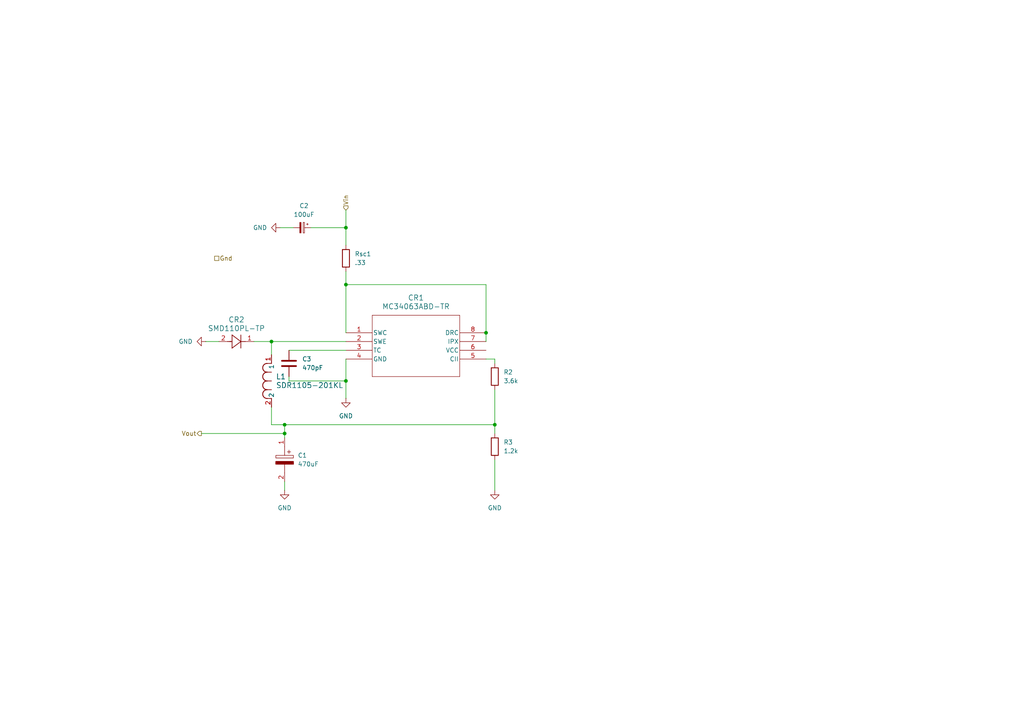
<source format=kicad_sch>
(kicad_sch (version 20250114) (generator "eeschema") (generator_version "9.0")
  (paper "A4")
  (lib_symbols
    (symbol "Device:C" (pin_numbers (hide yes)) (pin_names (offset 0.254))
      (property "Reference" "C" (at 0.635 2.54 0))
      (property "Value" "C" (at 0.635 -2.54 0))
      (symbol "C_0_1"
        (polyline (pts (xy -2.032 0.762) (xy 2.032 0.762)) (stroke (width 0.508)))
        (polyline (pts (xy -2.032 -0.762) (xy 2.032 -0.762)) (stroke (width 0.508)))
      )
      (symbol "C_1_1"
        (pin passive line (at 0 3.81 270) (length 2.794) (name "~") (number "1"))
        (pin passive line (at 0 -3.81 90) (length 2.794) (name "~") (number "2"))
      )
    )
    (symbol "Device:C_Polarized_Small" (pin_numbers (hide yes)) (pin_names (offset 0.254) (hide yes))
      (property "Reference" "C" (at 0.254 1.778 0))
      (property "Value" "C_Polarized_Small" (at 0.254 -2.032 0))
      (symbol "C_Polarized_Small_0_1"
        (rectangle (start -1.524 0.6858) (end 1.524 0.3048))
        (rectangle (start -1.524 -0.3048) (end 1.524 -0.6858) (fill (type outline)))
        (polyline (pts (xy -1.27 1.524) (xy -0.762 1.524)))
        (polyline (pts (xy -1.016 1.27) (xy -1.016 1.778)))
      )
      (symbol "C_Polarized_Small_1_1"
        (pin passive line (at 0 2.54 270) (length 1.8542) (name "~") (number "1"))
        (pin passive line (at 0 -2.54 90) (length 1.8542) (name "~") (number "2"))
      )
    )
    (symbol "Device:R" (pin_numbers (hide yes)) (pin_names (offset 0))
      (property "Reference" "R" (at 2.032 0 90))
      (property "Value" "R" (at 0 0 90))
      (symbol "R_0_1"
        (rectangle (start -1.016 -2.54) (end 1.016 2.54) (stroke (width 0.254)))
      )
      (symbol "R_1_1"
        (pin passive line (at 0 3.81 270) (length 1.27) (name "~") (number "1"))
        (pin passive line (at 0 -3.81 90) (length 1.27) (name "~") (number "2"))
      )
    )
    (symbol "LEDController:ESK477M025AH1EA" (pin_names (offset 0.762))
      (property "Reference" "C" (at 8.89 6.35 0))
      (property "Value" "ESK477M025AH1EA" (at 8.89 3.81 0))
      (symbol "ESK477M025AH1EA_0_0"
        (pin passive line (at 0 0 0) (length 2.54) (name "~") (number "1"))
        (pin passive line (at 12.7 0 180) (length 2.54) (name "~") (number "2"))
      )
      (symbol "ESK477M025AH1EA_0_1"
        (polyline (pts (xy 2.54 0) (xy 5.08 0)) (stroke (width 0.1524)))
        (polyline (pts (xy 4.064 1.778) (xy 4.064 0.762)) (stroke (width 0.1524)))
        (polyline (pts (xy 4.572 1.27) (xy 3.556 1.27)) (stroke (width 0.1524)))
        (polyline (pts (xy 5.08 2.54) (xy 5.08 -2.54) (xy 5.842 -2.54) (xy 5.842 2.54) (xy 5.08 2.54)) (stroke (width 0.1524)))
        (polyline (pts (xy 7.62 2.54) (xy 7.62 -2.54) (xy 6.858 -2.54) (xy 6.858 2.54) (xy 7.62 2.54)) (stroke (width 0.254)) (fill (type outline)))
        (polyline (pts (xy 7.62 0) (xy 10.16 0)) (stroke (width 0.1524)))
      )
    )
    (symbol "LEDController:MC34063ABD-TR" (pin_names (offset 0.254))
      (property "Reference" "CR" (at 20.32 10.16 0))
      (property "Value" "MC34063ABD-TR" (at 20.32 7.62 0))
      (symbol "MC34063ABD-TR_0_1"
        (polyline (pts (xy 7.62 5.08) (xy 7.62 -12.7)) (stroke (width 0.127)))
        (polyline (pts (xy 7.62 -12.7) (xy 33.02 -12.7)) (stroke (width 0.127)))
        (polyline (pts (xy 33.02 5.08) (xy 7.62 5.08)) (stroke (width 0.127)))
        (polyline (pts (xy 33.02 -12.7) (xy 33.02 5.08)) (stroke (width 0.127)))
        (pin unspecified line (at 0 0 0) (length 7.62) (name "SWC") (number "1"))
        (pin unspecified line (at 0 -2.54 0) (length 7.62) (name "SWE") (number "2"))
        (pin unspecified line (at 0 -5.08 0) (length 7.62) (name "TC") (number "3"))
        (pin power_in line (at 0 -7.62 0) (length 7.62) (name "GND") (number "4"))
        (pin unspecified line (at 40.64 0 180) (length 7.62) (name "DRC") (number "8"))
        (pin unspecified line (at 40.64 -2.54 180) (length 7.62) (name "IPX") (number "7"))
        (pin power_in line (at 40.64 -5.08 180) (length 7.62) (name "VCC") (number "6"))
        (pin input line (at 40.64 -7.62 180) (length 7.62) (name "CII") (number "5"))
      )
    )
    (symbol "LEDController:SDR1105-201KL" (pin_names (offset 0.254))
      (property "Reference" "L" (at 6.985 5.08 0))
      (property "Value" "SDR1105-201KL" (at 6.985 -2.54 0))
      (symbol "SDR1105-201KL_1_1"
        (polyline (pts (xy 2.54 0) (xy 2.54 1.27)) (stroke (width 0.2032)))
        (arc (start 2.54 1.27) (mid 3.81 2.5344) (end 5.08 1.27) (stroke (width 0.254)))
        (polyline (pts (xy 5.08 0) (xy 5.08 1.27)) (stroke (width 0.2032)))
        (arc (start 5.08 1.27) (mid 6.35 2.5344) (end 7.62 1.27) (stroke (width 0.254)))
        (polyline (pts (xy 7.62 0) (xy 7.62 1.27)) (stroke (width 0.2032)))
        (arc (start 7.62 1.27) (mid 8.89 2.5344) (end 10.16 1.27) (stroke (width 0.254)))
        (polyline (pts (xy 10.16 0) (xy 10.16 1.27)) (stroke (width 0.2032)))
        (arc (start 10.16 1.27) (mid 11.43 2.5344) (end 12.7 1.27) (stroke (width 0.254)))
        (polyline (pts (xy 12.7 0) (xy 12.7 1.27)) (stroke (width 0.2032)))
        (pin unspecified line (at 0 0 0) (length 2.54) (name "2") (number "2"))
        (pin unspecified line (at 15.24 0 180) (length 2.54) (name "1") (number "1"))
      )
      (symbol "SDR1105-201KL_1_2"
        (arc (start -1.27 10.16) (mid -2.5344 11.43) (end -1.27 12.7) (stroke (width 0.254)))
        (arc (start -1.27 7.62) (mid -2.5344 8.89) (end -1.27 10.16) (stroke (width 0.254)))
        (arc (start -1.27 5.08) (mid -2.5344 6.35) (end -1.27 7.62) (stroke (width 0.254)))
        (arc (start -1.27 2.54) (mid -2.5344 3.81) (end -1.27 5.08) (stroke (width 0.254)))
        (polyline (pts (xy 0 12.7) (xy -1.27 12.7)) (stroke (width 0.2032)))
        (polyline (pts (xy 0 10.16) (xy -1.27 10.16)) (stroke (width 0.2032)))
        (polyline (pts (xy 0 7.62) (xy -1.27 7.62)) (stroke (width 0.2032)))
        (polyline (pts (xy 0 5.08) (xy -1.27 5.08)) (stroke (width 0.2032)))
        (polyline (pts (xy 0 2.54) (xy -1.27 2.54)) (stroke (width 0.2032)))
        (pin unspecified line (at 0 15.24 270) (length 2.54) (name "1") (number "1"))
        (pin unspecified line (at 0 0 90) (length 2.54) (name "2") (number "2"))
      )
    )
    (symbol "LEDController:SMD110PL-TP" (pin_names (offset 0.254))
      (property "Reference" "CR" (at 5.08 4.445 0))
      (property "Value" "SMD110PL-TP" (at 5.08 -3.81 0))
      (symbol "SMD110PL-TP_1_1"
        (polyline (pts (xy 2.54 0) (xy 3.4798 0)) (stroke (width 0.2032)))
        (polyline (pts (xy 3.175 0) (xy 3.81 0)) (stroke (width 0.2032)))
        (polyline (pts (xy 3.81 1.905) (xy 3.81 -1.905)) (stroke (width 0.2032)))
        (polyline (pts (xy 3.81 -1.905) (xy 6.35 0)) (stroke (width 0.2032)))
        (polyline (pts (xy 6.35 0) (xy 3.81 1.905)) (stroke (width 0.2032)))
        (polyline (pts (xy 6.35 0) (xy 7.62 0)) (stroke (width 0.2032)))
        (polyline (pts (xy 6.35 -1.905) (xy 6.35 1.905)) (stroke (width 0.2032)))
        (pin unspecified line (at 0 0 0) (length 2.54) (name "") (number "2"))
        (pin unspecified line (at 10.16 0 180) (length 2.54) (name "") (number "1"))
      )
      (symbol "SMD110PL-TP_1_2"
        (polyline (pts (xy -1.905 3.81) (xy 1.905 3.81)) (stroke (width 0.2032)))
        (polyline (pts (xy 0 6.35) (xy -1.905 3.81)) (stroke (width 0.2032)))
        (polyline (pts (xy 0 6.35) (xy 0 7.62)) (stroke (width 0.2032)))
        (polyline (pts (xy 0 3.175) (xy 0 3.81)) (stroke (width 0.2032)))
        (polyline (pts (xy 0 2.54) (xy 0 3.4798)) (stroke (width 0.2032)))
        (polyline (pts (xy 1.905 6.35) (xy -1.905 6.35)) (stroke (width 0.2032)))
        (polyline (pts (xy 1.905 3.81) (xy 0 6.35)) (stroke (width 0.2032)))
        (pin unspecified line (at 0 10.16 270) (length 2.54) (name "") (number "1"))
        (pin unspecified line (at 0 0 90) (length 2.54) (name "") (number "2"))
      )
    )
    (symbol "power:GND" (power) (pin_numbers (hide yes)) (pin_names (offset 0) (hide yes))
      (property "Value" "GND" (at 0 -3.81 0))
      (symbol "GND_0_1"
        (polyline (pts (xy 0 0) (xy 0 -1.27) (xy 1.27 -1.27) (xy 0 -2.54) (xy -1.27 -1.27) (xy 0 -1.27)))
      )
      (symbol "GND_1_1"
        (pin power_in line (at 0 0 270) (length 0) (name "~") (number "1"))
      )
    )
  )
  (junction (at 140.97 96.52))
  (junction (at 143.51 123.19))
  (junction (at 100.33 110.49))
  (junction (at 82.55 125.73))
  (junction (at 82.55 123.19))
  (junction (at 100.33 82.55))
  (junction (at 78.74 99.06))
  (junction (at 100.33 66.04))
  (wire (pts (xy 83.82 110.49) (xy 100.33 110.49)))
  (wire (pts (xy 82.55 123.19) (xy 82.55 125.73)))
  (wire (pts (xy 83.82 101.6) (xy 100.33 101.6)))
  (wire (pts (xy 81.28 66.04) (xy 85.09 66.04)))
  (wire (pts (xy 100.33 82.55) (xy 140.97 82.55)))
  (wire (pts (xy 78.74 123.19) (xy 82.55 123.19)))
  (wire (pts (xy 78.74 99.06) (xy 100.33 99.06)))
  (wire (pts (xy 100.33 66.04) (xy 100.33 71.12)))
  (wire (pts (xy 83.82 109.22) (xy 83.82 110.49)))
  (wire (pts (xy 100.33 60.96) (xy 100.33 66.04)))
  (wire (pts (xy 100.33 104.14) (xy 100.33 110.49)))
  (wire (pts (xy 78.74 99.06) (xy 78.74 102.87)))
  (wire (pts (xy 73.66 99.06) (xy 78.74 99.06)))
  (wire (pts (xy 140.97 82.55) (xy 140.97 96.52)))
  (wire (pts (xy 143.51 123.19) (xy 82.55 123.19)))
  (wire (pts (xy 143.51 133.35) (xy 143.51 142.24)))
  (wire (pts (xy 90.17 66.04) (xy 100.33 66.04)))
  (wire (pts (xy 140.97 104.14) (xy 143.51 104.14)))
  (wire (pts (xy 143.51 113.03) (xy 143.51 123.19)))
  (wire (pts (xy 143.51 104.14) (xy 143.51 105.41)))
  (wire (pts (xy 78.74 118.11) (xy 78.74 123.19)))
  (wire (pts (xy 59.69 99.06) (xy 63.5 99.06)))
  (wire (pts (xy 82.55 139.7) (xy 82.55 142.24)))
  (wire (pts (xy 143.51 123.19) (xy 143.51 125.73)))
  (wire (pts (xy 100.33 110.49) (xy 100.33 115.57)))
  (wire (pts (xy 100.33 78.74) (xy 100.33 82.55)))
  (wire (pts (xy 82.55 125.73) (xy 82.55 127)))
  (wire (pts (xy 100.33 96.52) (xy 100.33 82.55)))
  (wire (pts (xy 140.97 96.52) (xy 140.97 99.06)))
  (wire (pts (xy 58.42 125.73) (xy 82.55 125.73)))
  (hierarchical_label "Vin" (shape input) (at 100.33 60.96 90))
  (hierarchical_label "Gnd" (shape passive) (at 62.23 74.93 0))
  (hierarchical_label "Vout" (shape output) (at 58.42 125.73 180))
  (symbol (lib_id "power:GND") (at 143.51 142.24 0) (unit 1)
    (property "Reference" "#PWR07" (effects (hide yes)))
    (property "Value" "GND" (at 143.51 147.32 0))
    (property "Description" "Power symbol creates a global label with name \"GND\" , ground" (effects (hide yes)))
  )
  (symbol (lib_id "Device:R") (at 143.51 129.54 0) (unit 1)
    (property "Reference" "R3" (at 146.05 128.2699 0) (effects (justify left)))
    (property "Value" "1.2k" (at 146.05 130.8099 0) (effects (justify left)))
    (property "Footprint" "Resistor_SMD:R_0603_1608Metric_Pad0.98x0.95mm_HandSolder" (effects (hide yes)))
    (property "Description" "Resistor" (effects (hide yes)))
  )
  (symbol (lib_id "power:GND") (at 81.28 66.04 270) (unit 1)
    (property "Reference" "#PWR08" (effects (hide yes)))
    (property "Value" "GND" (at 77.47 66.0399 90) (effects (justify right)))
    (property "Description" "Power symbol creates a global label with name \"GND\" , ground" (effects (hide yes)))
  )
  (symbol (lib_id "LEDController:SMD110PL-TP") (at 63.5 99.06 0) (unit 1)
    (property "Reference" "CR2" (at 68.58 92.71 0) (effects (font (size 1.524 1.524))))
    (property "Value" "SMD110PL-TP" (at 68.58 95.25 0) (effects (font (size 1.524 1.524))))
    (property "Footprint" "SOD-123FL_MCC" (effects (hide yes)))
    (property "Datasheet" "SMD110PL-TP" (effects (hide yes)))
  )
  (symbol (lib_id "Device:R") (at 143.51 109.22 0) (unit 1)
    (property "Reference" "R2" (at 146.05 107.9499 0) (effects (justify left)))
    (property "Value" "3.6k" (at 146.05 110.4899 0) (effects (justify left)))
    (property "Footprint" "Resistor_SMD:R_0603_1608Metric_Pad0.98x0.95mm_HandSolder" (effects (hide yes)))
    (property "Description" "Resistor" (effects (hide yes)))
  )
  (symbol (lib_id "Device:C_Polarized_Small") (at 87.63 66.04 270) (unit 1)
    (property "Reference" "C2" (at 88.1761 59.69 90))
    (property "Value" "100uF" (at 88.1761 62.23 90))
    (property "Footprint" "Capacitor_THT:CP_Radial_D5.0mm_P2.50mm" (effects (hide yes)))
    (property "Description" "Polarized capacitor, small symbol" (effects (hide yes)))
  )
  (symbol (lib_id "Device:R") (at 100.33 74.93 0) (unit 1)
    (property "Reference" "Rsc1" (at 102.87 73.6599 0) (effects (justify left)))
    (property "Value" ".33" (at 102.87 76.1999 0) (effects (justify left)))
    (property "Footprint" "Resistor_SMD:R_0603_1608Metric_Pad0.98x0.95mm_HandSolder" (effects (hide yes)))
    (property "Description" "Resistor" (effects (hide yes)))
  )
  (symbol (lib_id "power:GND") (at 82.55 142.24 0) (unit 1)
    (property "Reference" "#PWR06" (effects (hide yes)))
    (property "Value" "GND" (at 82.55 147.32 0))
    (property "Description" "Power symbol creates a global label with name \"GND\" , ground" (effects (hide yes)))
  )
  (symbol (lib_id "LEDController:MC34063ABD-TR") (at 100.33 96.52 0) (unit 1)
    (property "Reference" "CR1" (at 120.65 86.36 0) (effects (font (size 1.524 1.524))))
    (property "Value" "MC34063ABD-TR" (at 120.65 88.9 0) (effects (font (size 1.524 1.524))))
    (property "Footprint" "SO-8_STM" (effects (hide yes)))
    (property "Datasheet" "MC34063ABD-TR" (effects (hide yes)))
  )
  (symbol (lib_id "LEDController:SDR1105-201KL") (at 78.74 118.11 90) (unit 1)
    (property "Reference" "L1" (at 80.01 109.2199 90) (effects (font (size 1.524 1.524)) (justify right)))
    (property "Value" "SDR1105-201KL" (at 80.01 111.7599 90) (effects (font (size 1.524 1.524)) (justify right)))
    (property "Footprint" "IND_BOURNS_SDR1105" (effects (hide yes)))
    (property "Datasheet" "SDR1105-201KL" (effects (hide yes)))
  )
  (symbol (lib_id "Device:C") (at 83.82 105.41 0) (unit 1)
    (property "Reference" "C3" (at 87.63 104.1399 0) (effects (justify left)))
    (property "Value" "470pF" (at 87.63 106.6799 0) (effects (justify left)))
    (property "Footprint" "Capacitor_SMD:C_0603_1608Metric_Pad1.08x0.95mm_HandSolder" (effects (hide yes)))
    (property "Description" "Unpolarized capacitor" (effects (hide yes)))
  )
  (symbol (lib_id "LEDController:ESK477M025AH1EA") (at 82.55 127 270) (unit 1)
    (property "Reference" "C1" (at 86.36 132.0799 90) (effects (justify left)))
    (property "Value" "470uF" (at 86.36 134.6199 90) (effects (justify left)))
    (property "Footprint" "CAPPRD500W60D1000H1350" (effects (hide yes)))
    (property "Datasheet" "https://4donline.ihs.com/images/VipMasterIC/IC/KEME/KEMES12977/KEMES12977-1.pdf?hkey=52A5661711E402568146F3353EA87419" (effects (hide yes)))
    (property "Description" "Cap Aluminum Lytic 470uF 25V 20% (10 X 12mm) Radial 5mm 460mA 2000h 85C Ammo" (effects (hide yes)))
    (property "Description_1" "Cap Aluminum Lytic 470uF 25V 20% (10 X 12mm) Radial 5mm 460mA 2000h 85C Ammo" (effects (hide yes)))
    (property "Height" "13.5" (effects (hide yes)))
    (property "Manufacturer_Name" "KEMET" (effects (hide yes)))
    (property "Manufacturer_Part_Number" "ESK477M025AH1EA" (effects (hide yes)))
    (property "Mouser Part Number" "80-ESK477M025AH1EA" (effects (hide yes)))
    (property "Mouser Price/Stock" "https://www.mouser.co.uk/ProductDetail/KEMET/ESK477M025AH1EA?qs=cAmtI%252BUad4a2z%252BsyhNLYSg%3D%3D" (effects (hide yes)))
    (property "Arrow Part Number" "ESK477M025AH1EA" (effects (hide yes)))
    (property "Arrow Price/Stock" "https://www.arrow.com/en/products/esk477m025ah1ea/kemet-corporation?region=nac" (effects (hide yes)))
  )
  (symbol (lib_id "power:GND") (at 59.69 99.06 270) (unit 1)
    (property "Reference" "#PWR04" (effects (hide yes)))
    (property "Value" "GND" (at 55.88 99.0599 90) (effects (justify right)))
    (property "Description" "Power symbol creates a global label with name \"GND\" , ground" (effects (hide yes)))
  )
  (symbol (lib_id "power:GND") (at 100.33 115.57 0) (unit 1)
    (property "Reference" "#PWR09" (effects (hide yes)))
    (property "Value" "GND" (at 100.33 120.65 0))
    (property "Description" "Power symbol creates a global label with name \"GND\" , ground" (effects (hide yes)))
  )
)
</source>
